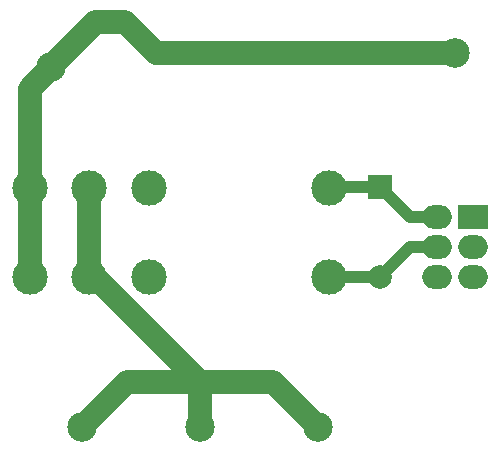
<source format=gtl>
G04 (created by PCBNEW (22-Jun-2014 BZR 4027)-stable) date Mon 16 Nov 2015 12:18:49 GMT*
%MOIN*%
G04 Gerber Fmt 3.4, Leading zero omitted, Abs format*
%FSLAX34Y34*%
G01*
G70*
G90*
G04 APERTURE LIST*
%ADD10C,0.00590551*%
%ADD11R,0.0984252X0.0787402*%
%ADD12O,0.0984252X0.0787402*%
%ADD13C,0.1181*%
%ADD14C,0.0984252*%
%ADD15R,0.0787402X0.0787402*%
%ADD16C,0.0787402*%
%ADD17C,0.0393701*%
%ADD18C,0.0787402*%
G04 APERTURE END LIST*
G54D10*
G54D11*
X92348Y-64250D03*
G54D12*
X91151Y-64250D03*
X92348Y-65250D03*
X91151Y-65250D03*
X92348Y-66250D03*
X91151Y-66250D03*
G54D13*
X87533Y-66226D03*
X81526Y-66226D03*
X79541Y-66226D03*
X77557Y-66226D03*
X77557Y-63274D03*
X79541Y-63274D03*
X81526Y-63274D03*
X87533Y-63274D03*
G54D14*
X79297Y-71250D03*
X83234Y-71250D03*
X87171Y-71250D03*
X91750Y-58765D03*
X78265Y-59250D03*
G54D15*
X89250Y-63250D03*
G54D16*
X89250Y-66250D03*
G54D17*
X89250Y-66250D02*
X87557Y-66250D01*
X87557Y-66250D02*
X87533Y-66226D01*
X91250Y-65250D02*
X90250Y-65250D01*
X90250Y-65250D02*
X89250Y-66250D01*
X89250Y-63250D02*
X87557Y-63250D01*
X87557Y-63250D02*
X87533Y-63274D01*
X91250Y-64250D02*
X90250Y-64250D01*
X90250Y-64250D02*
X89250Y-63250D01*
G54D18*
X83234Y-69750D02*
X85671Y-69750D01*
X85671Y-69750D02*
X87171Y-71250D01*
X83234Y-69750D02*
X80797Y-69750D01*
X80797Y-69750D02*
X79297Y-71250D01*
X79541Y-66226D02*
X79726Y-66226D01*
X83234Y-69734D02*
X83234Y-69750D01*
X83234Y-69750D02*
X83234Y-71250D01*
X79726Y-66226D02*
X83234Y-69734D01*
X79541Y-63274D02*
X79541Y-66226D01*
X77557Y-63274D02*
X77557Y-59958D01*
X77557Y-59958D02*
X78265Y-59250D01*
X77557Y-63274D02*
X77557Y-66226D01*
X78265Y-59250D02*
X78265Y-59234D01*
X78265Y-59234D02*
X79750Y-57750D01*
X79750Y-57750D02*
X80750Y-57750D01*
X80750Y-57750D02*
X81765Y-58765D01*
X81765Y-58765D02*
X91750Y-58765D01*
M02*

</source>
